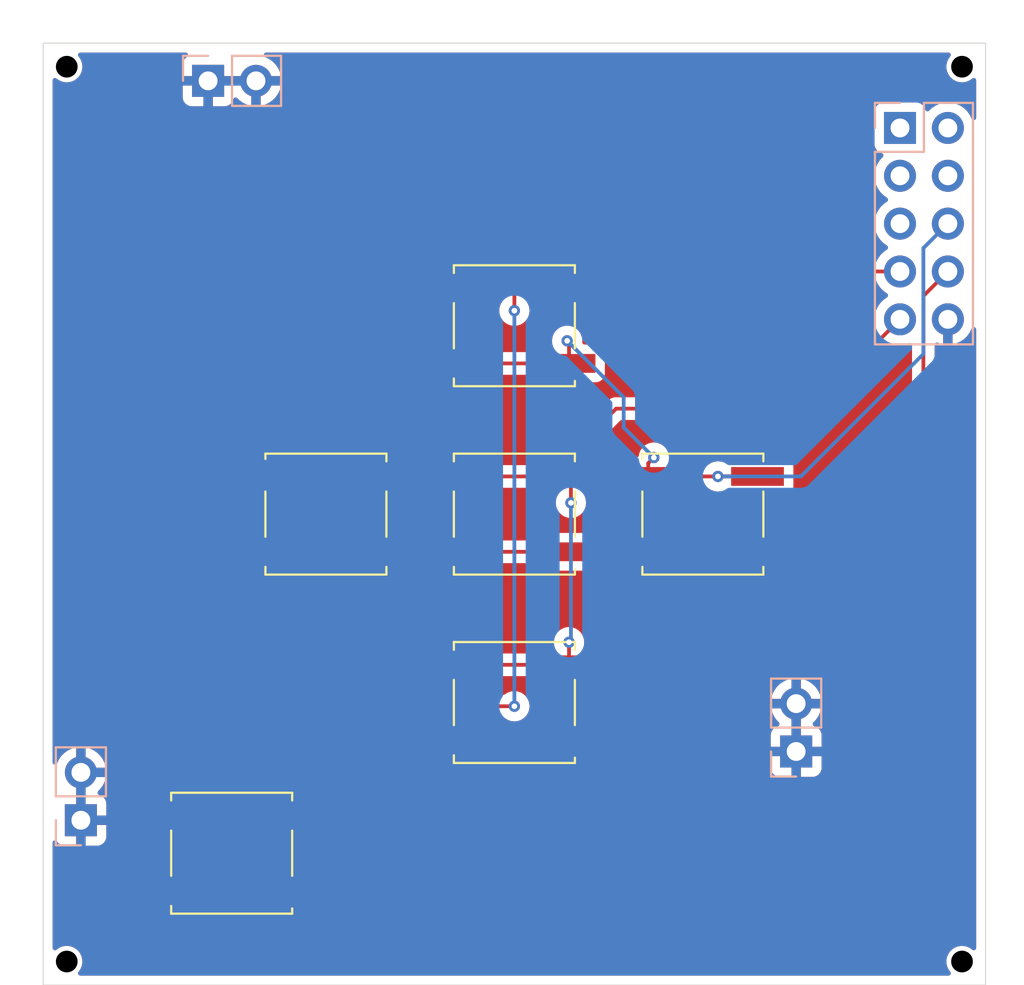
<source format=kicad_pcb>
(kicad_pcb (version 20240108) (generator "pcbnew") (generator_version "8.0")
  (layers (0 "F.Cu" signal) (31 "B.Cu" signal) (34 "B.Paste" user) (35 "F.Paste" user) (36 "B.SilkS" user "B.Silkscreen") (37 "F.SilkS" user "F.Silkscreen") (38 "B.Mask" user) (39 "F.Mask" user) (44 "Edge.Cuts" user))
  (net 0 "")
  (net 1 "GND")
  (net 2 "/GPIO15")
  (net 3 "+3V3")
  (net 4 "/GPIO13")
  (net 5 "/GPIO14")
  (net 6 "/GPIO9")
  (net 7 "/GPIO11")
  (net 8 "/GPIO12")
  (net 9 "+5V")
  (net 10 "/GPIO10")
  (footprint "Button_Switch_SMD:SW_Push_1P1T_NO_CK_KSC6xxJ" (layer "F.Cu") (at 75 45 180)
    (property "Reference" "SW105" (hide yes))
    (property "Value" "SW_Push")
    (fp_line (start 3.21 3.21) (end 3.21 2.93) (stroke (width 0.12)) (layer "F.SilkS"))
    (fp_line (start 3.21 1.2) (end 3.21 -1.2) (stroke (width 0.12)) (layer "F.SilkS"))
    (fp_line (start 3.21 -2.8) (end 3.21 -3.21) (stroke (width 0.12)) (layer "F.SilkS"))
    (fp_line (start 3.21 -3.21) (end -3.21 -3.21) (stroke (width 0.12)) (layer "F.SilkS"))
    (fp_line (start -3.21 3.21) (end 3.21 3.21) (stroke (width 0.12)) (layer "F.SilkS"))
    (fp_line (start -3.21 2.8) (end -3.21 3.21) (stroke (width 0.12)) (layer "F.SilkS"))
    (fp_line (start -3.21 -1.2) (end -3.21 1.2) (stroke (width 0.12)) (layer "F.SilkS"))
    (fp_line (start -3.21 -3.21) (end -3.21 -2.8) (stroke (width 0.12)) (layer "F.SilkS"))
    (pad "1" smd rect (at -2.9 -2 180) (size 2.8 1) (layers "F.Cu" "F.Paste" "F.Mask") (net 6 "/GPIO9"))
    (pad "1" smd rect (at 2.9 -2 180) (size 2.8 1) (layers "F.Cu" "F.Paste" "F.Mask") (net 6 "/GPIO9"))
    (pad "2" smd rect (at -2.9 2 180) (size 2.8 1) (layers "F.Cu" "F.Paste" "F.Mask") (net 8 "/GPIO12"))
    (pad "2" smd rect (at 2.9 2 180) (size 2.8 1) (layers "F.Cu" "F.Paste" "F.Mask") (net 8 "/GPIO12"))
  )
  (footprint "Button_Switch_SMD:SW_Push_1P1T_NO_CK_KSC6xxJ" (layer "F.Cu") (at 70 63)
    (property "Reference" "SW106" (hide yes))
    (property "Value" "SW_Push")
    (fp_line (start -3.21 -3.21) (end -3.21 -2.8) (stroke (width 0.12)) (layer "F.SilkS"))
    (fp_line (start -3.21 -1.2) (end -3.21 1.2) (stroke (width 0.12)) (layer "F.SilkS"))
    (fp_line (start -3.21 2.8) (end -3.21 3.21) (stroke (width 0.12)) (layer "F.SilkS"))
    (fp_line (start -3.21 3.21) (end 3.21 3.21) (stroke (width 0.12)) (layer "F.SilkS"))
    (fp_line (start 3.21 -3.21) (end -3.21 -3.21) (stroke (width 0.12)) (layer "F.SilkS"))
    (fp_line (start 3.21 -2.8) (end 3.21 -3.21) (stroke (width 0.12)) (layer "F.SilkS"))
    (fp_line (start 3.21 1.2) (end 3.21 -1.2) (stroke (width 0.12)) (layer "F.SilkS"))
    (fp_line (start 3.21 3.21) (end 3.21 2.93) (stroke (width 0.12)) (layer "F.SilkS"))
    (pad "1" smd rect (at -2.9 -2) (size 2.8 1) (layers "F.Cu" "F.Paste" "F.Mask") (net 10 "/GPIO10"))
    (pad "1" smd rect (at 2.9 -2) (size 2.8 1) (layers "F.Cu" "F.Paste" "F.Mask") (net 10 "/GPIO10"))
    (pad "2" smd rect (at -2.9 2) (size 2.8 1) (layers "F.Cu" "F.Paste" "F.Mask") (net 7 "/GPIO11"))
    (pad "2" smd rect (at 2.9 2) (size 2.8 1) (layers "F.Cu" "F.Paste" "F.Mask") (net 7 "/GPIO11"))
  )
  (footprint "Button_Switch_SMD:SW_Push_1P1T_NO_CK_KSC6xxJ" (layer "F.Cu") (at 85 45)
    (property "Reference" "SW101" (hide yes))
    (property "Value" "SW_Push")
    (fp_line (start -3.21 -3.21) (end -3.21 -2.8) (stroke (width 0.12)) (layer "F.SilkS"))
    (fp_line (start -3.21 -1.2) (end -3.21 1.2) (stroke (width 0.12)) (layer "F.SilkS"))
    (fp_line (start -3.21 2.8) (end -3.21 3.21) (stroke (width 0.12)) (layer "F.SilkS"))
    (fp_line (start -3.21 3.21) (end 3.21 3.21) (stroke (width 0.12)) (layer "F.SilkS"))
    (fp_line (start 3.21 -3.21) (end -3.21 -3.21) (stroke (width 0.12)) (layer "F.SilkS"))
    (fp_line (start 3.21 -2.8) (end 3.21 -3.21) (stroke (width 0.12)) (layer "F.SilkS"))
    (fp_line (start 3.21 1.2) (end 3.21 -1.2) (stroke (width 0.12)) (layer "F.SilkS"))
    (fp_line (start 3.21 3.21) (end 3.21 2.93) (stroke (width 0.12)) (layer "F.SilkS"))
    (pad "1" smd rect (at -2.9 -2) (size 2.8 1) (layers "F.Cu" "F.Paste" "F.Mask") (net 6 "/GPIO9"))
    (pad "1" smd rect (at 2.9 -2) (size 2.8 1) (layers "F.Cu" "F.Paste" "F.Mask") (net 6 "/GPIO9"))
    (pad "2" smd rect (at -2.9 2) (size 2.8 1) (layers "F.Cu" "F.Paste" "F.Mask") (net 10 "/GPIO10"))
    (pad "2" smd rect (at 2.9 2) (size 2.8 1) (layers "F.Cu" "F.Paste" "F.Mask") (net 10 "/GPIO10"))
  )
  (footprint "led-matrix:jlcpcb-tooling-hole" (layer "F.Cu") (at 108.75 21.25)
    (property "Reference" "H102" (hide yes))
    (property "Value" "JLCToolingHole" (hide yes))
    (pad "" np_thru_hole circle (at 0 0 90) (size 1.3 1.3) (drill 1.152) (layers "*.Mask"))
  )
  (footprint "Button_Switch_SMD:SW_Push_1P1T_NO_CK_KSC6xxJ" (layer "F.Cu") (at 85 55)
    (property "Reference" "SW104" (hide yes))
    (property "Value" "SW_Push")
    (fp_line (start -3.21 -3.21) (end -3.21 -2.8) (stroke (width 0.12)) (layer "F.SilkS"))
    (fp_line (start -3.21 -1.2) (end -3.21 1.2) (stroke (width 0.12)) (layer "F.SilkS"))
    (fp_line (start -3.21 2.8) (end -3.21 3.21) (stroke (width 0.12)) (layer "F.SilkS"))
    (fp_line (start -3.21 3.21) (end 3.21 3.21) (stroke (width 0.12)) (layer "F.SilkS"))
    (fp_line (start 3.21 -3.21) (end -3.21 -3.21) (stroke (width 0.12)) (layer "F.SilkS"))
    (fp_line (start 3.21 -2.8) (end 3.21 -3.21) (stroke (width 0.12)) (layer "F.SilkS"))
    (fp_line (start 3.21 1.2) (end 3.21 -1.2) (stroke (width 0.12)) (layer "F.SilkS"))
    (fp_line (start 3.21 3.21) (end 3.21 2.93) (stroke (width 0.12)) (layer "F.SilkS"))
    (pad "1" smd rect (at -2.9 -2) (size 2.8 1) (layers "F.Cu" "F.Paste" "F.Mask") (net 6 "/GPIO9"))
    (pad "1" smd rect (at 2.9 -2) (size 2.8 1) (layers "F.Cu" "F.Paste" "F.Mask") (net 6 "/GPIO9"))
    (pad "2" smd rect (at -2.9 2) (size 2.8 1) (layers "F.Cu" "F.Paste" "F.Mask") (net 7 "/GPIO11"))
    (pad "2" smd rect (at 2.9 2) (size 2.8 1) (layers "F.Cu" "F.Paste" "F.Mask") (net 7 "/GPIO11"))
  )
  (footprint "Button_Switch_SMD:SW_Push_1P1T_NO_CK_KSC6xxJ" (layer "F.Cu") (at 95 45 180)
    (property "Reference" "SW103" (hide yes))
    (property "Value" "SW_Push")
    (fp_line (start 3.21 3.21) (end 3.21 2.93) (stroke (width 0.12)) (layer "F.SilkS"))
    (fp_line (start 3.21 1.2) (end 3.21 -1.2) (stroke (width 0.12)) (layer "F.SilkS"))
    (fp_line (start 3.21 -2.8) (end 3.21 -3.21) (stroke (width 0.12)) (layer "F.SilkS"))
    (fp_line (start 3.21 -3.21) (end -3.21 -3.21) (stroke (width 0.12)) (layer "F.SilkS"))
    (fp_line (start -3.21 3.21) (end 3.21 3.21) (stroke (width 0.12)) (layer "F.SilkS"))
    (fp_line (start -3.21 2.8) (end -3.21 3.21) (stroke (width 0.12)) (layer "F.SilkS"))
    (fp_line (start -3.21 -1.2) (end -3.21 1.2) (stroke (width 0.12)) (layer "F.SilkS"))
    (fp_line (start -3.21 -3.21) (end -3.21 -2.8) (stroke (width 0.12)) (layer "F.SilkS"))
    (pad "1" smd rect (at -2.9 -2 180) (size 2.8 1) (layers "F.Cu" "F.Paste" "F.Mask") (net 10 "/GPIO10"))
    (pad "1" smd rect (at 2.9 -2 180) (size 2.8 1) (layers "F.Cu" "F.Paste" "F.Mask") (net 10 "/GPIO10"))
    (pad "2" smd rect (at -2.9 2 180) (size 2.8 1) (layers "F.Cu" "F.Paste" "F.Mask") (net 8 "/GPIO12"))
    (pad "2" smd rect (at 2.9 2 180) (size 2.8 1) (layers "F.Cu" "F.Paste" "F.Mask") (net 8 "/GPIO12"))
  )
  (footprint "Button_Switch_SMD:SW_Push_1P1T_NO_CK_KSC6xxJ" (layer "F.Cu") (at 85 35)
    (property "Reference" "SW102" (hide yes))
    (property "Value" "SW_Push")
    (fp_line (start -3.21 -3.21) (end -3.21 -2.8) (stroke (width 0.12)) (layer "F.SilkS"))
    (fp_line (start -3.21 -1.2) (end -3.21 1.2) (stroke (width 0.12)) (layer "F.SilkS"))
    (fp_line (start -3.21 2.8) (end -3.21 3.21) (stroke (width 0.12)) (layer "F.SilkS"))
    (fp_line (start -3.21 3.21) (end 3.21 3.21) (stroke (width 0.12)) (layer "F.SilkS"))
    (fp_line (start 3.21 -3.21) (end -3.21 -3.21) (stroke (width 0.12)) (layer "F.SilkS"))
    (fp_line (start 3.21 -2.8) (end 3.21 -3.21) (stroke (width 0.12)) (layer "F.SilkS"))
    (fp_line (start 3.21 1.2) (end 3.21 -1.2) (stroke (width 0.12)) (layer "F.SilkS"))
    (fp_line (start 3.21 3.21) (end 3.21 2.93) (stroke (width 0.12)) (layer "F.SilkS"))
    (pad "1" smd rect (at -2.9 -2) (size 2.8 1) (layers "F.Cu" "F.Paste" "F.Mask") (net 7 "/GPIO11"))
    (pad "1" smd rect (at 2.9 -2) (size 2.8 1) (layers "F.Cu" "F.Paste" "F.Mask") (net 7 "/GPIO11"))
    (pad "2" smd rect (at -2.9 2) (size 2.8 1) (layers "F.Cu" "F.Paste" "F.Mask") (net 8 "/GPIO12"))
    (pad "2" smd rect (at 2.9 2) (size 2.8 1) (layers "F.Cu" "F.Paste" "F.Mask") (net 8 "/GPIO12"))
  )
  (footprint "led-matrix:jlcpcb-tooling-hole" (layer "F.Cu") (at 61.25 21.25)
    (property "Reference" "H101" (hide yes))
    (property "Value" "JLCToolingHole" (hide yes))
    (pad "" np_thru_hole circle (at 0 0 90) (size 1.3 1.3) (drill 1.152) (layers "*.Mask"))
  )
  (footprint "led-matrix:jlcpcb-tooling-hole" (layer "F.Cu") (at 61.25 68.75)
    (property "Reference" "H104" (hide yes))
    (property "Value" "JLCToolingHole" (hide yes))
    (pad "" np_thru_hole circle (at 0 0 90) (size 1.3 1.3) (drill 1.152) (layers "*.Mask"))
  )
  (footprint "led-matrix:jlcpcb-tooling-hole" (layer "F.Cu") (at 108.75 68.75)
    (property "Reference" "H103" (hide yes))
    (property "Value" "JLCToolingHole" (hide yes))
    (pad "" np_thru_hole circle (at 0 0 90) (size 1.3 1.3) (drill 1.152) (layers "*.Mask"))
  )
  (footprint "Connector_PinHeader_2.54mm:PinHeader_1x02_P2.54mm_Vertical" (layer "B.Cu") (at 99.95 57.6)
    (property "Reference" "J104" (hide yes))
    (property "Value" "Mechanical")
    (fp_line (start -1.33 -3.87) (end -1.33 -1.27) (stroke (width 0.12)) (layer "B.SilkS"))
    (fp_line (start -1.33 1.33) (end -1.33 0) (stroke (width 0.12)) (layer "B.SilkS"))
    (fp_line (start 0 1.33) (end -1.33 1.33) (stroke (width 0.12)) (layer "B.SilkS"))
    (fp_line (start 1.33 -3.87) (end -1.33 -3.87) (stroke (width 0.12)) (layer "B.SilkS"))
    (fp_line (start 1.33 -3.87) (end 1.33 -1.27) (stroke (width 0.12)) (layer "B.SilkS"))
    (fp_line (start 1.33 -1.27) (end -1.33 -1.27) (stroke (width 0.12)) (layer "B.SilkS"))
    (pad "1" thru_hole rect (at 0 0) (size 1.7 1.7) (drill 1) (layers "*.Cu" "*.Mask") (net 1 "GND"))
    (pad "2" thru_hole oval (at 0 -2.54) (size 1.7 1.7) (drill 1) (layers "*.Cu" "*.Mask") (net 1 "GND"))
  )
  (footprint "Connector_PinHeader_2.54mm:PinHeader_1x02_P2.54mm_Vertical" (layer "B.Cu") (at 62 61.25)
    (property "Reference" "J102" (hide yes))
    (property "Value" "Mechanical")
    (fp_line (start -1.33 -3.87) (end -1.33 -1.27) (stroke (width 0.12)) (layer "B.SilkS"))
    (fp_line (start -1.33 1.33) (end -1.33 0) (stroke (width 0.12)) (layer "B.SilkS"))
    (fp_line (start 0 1.33) (end -1.33 1.33) (stroke (width 0.12)) (layer "B.SilkS"))
    (fp_line (start 1.33 -3.87) (end -1.33 -3.87) (stroke (width 0.12)) (layer "B.SilkS"))
    (fp_line (start 1.33 -3.87) (end 1.33 -1.27) (stroke (width 0.12)) (layer "B.SilkS"))
    (fp_line (start 1.33 -1.27) (end -1.33 -1.27) (stroke (width 0.12)) (layer "B.SilkS"))
    (pad "1" thru_hole rect (at 0 0) (size 1.7 1.7) (drill 1) (layers "*.Cu" "*.Mask") (net 1 "GND"))
    (pad "2" thru_hole oval (at 0 -2.54) (size 1.7 1.7) (drill 1) (layers "*.Cu" "*.Mask") (net 1 "GND"))
  )
  (footprint "Connector_PinHeader_2.54mm:PinHeader_1x02_P2.54mm_Vertical" (layer "B.Cu") (at 68.75 22 -90)
    (property "Reference" "J101" (hide yes))
    (property "Value" "Mechanical")
    (fp_line (start -1.33 1.33) (end -1.33 0) (stroke (width 0.12)) (layer "B.SilkS"))
    (fp_line (start 0 1.33) (end -1.33 1.33) (stroke (width 0.12)) (layer "B.SilkS"))
    (fp_line (start 1.33 -1.27) (end -1.33 -1.27) (stroke (width 0.12)) (layer "B.SilkS"))
    (fp_line (start -1.33 -3.87) (end -1.33 -1.27) (stroke (width 0.12)) (layer "B.SilkS"))
    (fp_line (start 1.33 -3.87) (end 1.33 -1.27) (stroke (width 0.12)) (layer "B.SilkS"))
    (fp_line (start 1.33 -3.87) (end -1.33 -3.87) (stroke (width 0.12)) (layer "B.SilkS"))
    (pad "1" thru_hole rect (at 0 0 270) (size 1.7 1.7) (drill 1) (layers "*.Cu" "*.Mask") (net 1 "GND"))
    (pad "2" thru_hole oval (at 0 -2.54 270) (size 1.7 1.7) (drill 1) (layers "*.Cu" "*.Mask") (net 1 "GND"))
  )
  (footprint "Connector_PinSocket_2.54mm:PinSocket_2x05_P2.54mm_Vertical" (layer "B.Cu") (at 105.46 24.5 180)
    (property "Reference" "J103" (hide yes))
    (property "Value" "DaughterConn")
    (fp_line (start 1.33 1.33) (end 0 1.33) (stroke (width 0.12)) (layer "B.SilkS"))
    (fp_line (start 1.33 0) (end 1.33 1.33) (stroke (width 0.12)) (layer "B.SilkS"))
    (fp_line (start 1.33 -1.27) (end -1.27 -1.27) (stroke (width 0.12)) (layer "B.SilkS"))
    (fp_line (start 1.33 -11.49) (end 1.33 -1.27) (stroke (width 0.12)) (layer "B.SilkS"))
    (fp_line (start 1.33 -11.49) (end -3.87 -11.49) (stroke (width 0.12)) (layer "B.SilkS"))
    (fp_line (start -1.27 1.33) (end -3.87 1.33) (stroke (width 0.12)) (layer "B.SilkS"))
    (fp_line (start -1.27 -1.27) (end -1.27 1.33) (stroke (width 0.12)) (layer "B.SilkS"))
    (fp_line (start -3.87 -11.49) (end -3.87 1.33) (stroke (width 0.12)) (layer "B.SilkS"))
    (pad "1" thru_hole rect (at 0 0 180) (size 1.7 1.7) (drill 1) (layers "*.Cu" "*.Mask") (net 9 "+5V"))
    (pad "2" thru_hole oval (at -2.54 0 180) (size 1.7 1.7) (drill 1) (layers "*.Cu" "*.Mask") (net 3 "+3V3"))
    (pad "3" thru_hole oval (at 0 -2.54 180) (size 1.7 1.7) (drill 1) (layers "*.Cu" "*.Mask") (net 2 "/GPIO15"))
    (pad "4" thru_hole oval (at -2.54 -2.54 180) (size 1.7 1.7) (drill 1) (layers "*.Cu" "*.Mask") (net 5 "/GPIO14"))
    (pad "5" thru_hole oval (at 0 -5.08 180) (size 1.7 1.7) (drill 1) (layers "*.Cu" "*.Mask") (net 4 "/GPIO13"))
    (pad "6" thru_hole oval (at -2.54 -5.08 180) (size 1.7 1.7) (drill 1) (layers "*.Cu" "*.Mask") (net 8 "/GPIO12"))
    (pad "7" thru_hole oval (at 0 -7.62 180) (size 1.7 1.7) (drill 1) (layers "*.Cu" "*.Mask") (net 7 "/GPIO11"))
    (pad "8" thru_hole oval (at -2.54 -7.62 180) (size 1.7 1.7) (drill 1) (layers "*.Cu" "*.Mask") (net 10 "/GPIO10"))
    (pad "9" thru_hole oval (at 0 -10.16 180) (size 1.7 1.7) (drill 1) (layers "*.Cu" "*.Mask") (net 6 "/GPIO9"))
    (pad "10" thru_hole oval (at -2.54 -10.16 180) (size 1.7 1.7) (drill 1) (layers "*.Cu" "*.Mask") (net 1 "GND"))
  )
  (gr_rect (start 60 20) (end 110 70) (stroke (width 0.05)) (fill none) (layer "Edge.Cuts"))
  (segment (start 88 44.4) (end 88 43.1) (width 0.2) (layer "F.Cu") (net 6))
  (segment (start 82.1 43) (end 82.1 43.1) (width 0.2) (layer "F.Cu") (net 6))
  (segment (start 87.9 51.8) (end 87.9 53) (width 0.2) (layer "F.Cu") (net 6))
  (segment (start 87.9 41.9) (end 87.9 43) (width 0.2) (layer "F.Cu") (net 6))
  (segment (start 100.72 39.4) (end 90.4 39.4) (width 0.2) (layer "F.Cu") (net 6))
  (segment (start 82.1 53) (end 87.9 53) (width 0.2) (layer "F.Cu") (net 6))
  (segment (start 82.1 43.1) (end 78.2 47) (width 0.2) (layer "F.Cu") (net 6))
  (segment (start 88 43.1) (end 87.9 43) (width 0.2) (layer "F.Cu") (net 6))
  (segment (start 87.9 43) (end 82.1 43) (width 0.2) (layer "F.Cu") (net 6))
  (segment (start 78.2 47) (end 77.9 47) (width 0.2) (layer "F.Cu") (net 6))
  (segment (start 90.4 39.4) (end 87.9 41.9) (width 0.2) (layer "F.Cu") (net 6))
  (segment (start 105.46 34.66) (end 100.72 39.4) (width 0.2) (layer "F.Cu") (net 6))
  (segment (start 77.9 47) (end 72.1 47) (width 0.2) (layer "F.Cu") (net 6))
  (via (at 87.9 51.8) (size 0.6) (drill 0.3) (layers "F.Cu" "B.Cu") (net 6))
  (via (at 88 44.4) (size 0.6) (drill 0.3) (layers "F.Cu" "B.Cu") (net 6))
  (segment (start 88 51.7) (end 88 44.4) (width 0.2) (layer "B.Cu") (net 6))
  (segment (start 87.9 51.8) (end 88 51.7) (width 0.2) (layer "B.Cu") (net 6))
  (segment (start 82.1 60.3) (end 82.1 57) (width 0.2) (layer "F.Cu") (net 7))
  (segment (start 87.9 57) (end 82.1 57) (width 0.2) (layer "F.Cu") (net 7))
  (segment (start 72.9 65) (end 77.4 65) (width 0.2) (layer "F.Cu") (net 7))
  (segment (start 105.46 32.12) (end 88.78 32.12) (width 0.2) (layer "F.Cu") (net 7))
  (segment (start 82.1 33) (end 85 33) (width 0.2) (layer "F.Cu") (net 7))
  (segment (start 82.1 57) (end 82.1 56.3) (width 0.2) (layer "F.Cu") (net 7))
  (segment (start 85 34.2) (end 85 33) (width 0.2) (layer "F.Cu") (net 7))
  (segment (start 83.2 55.2) (end 85 55.2) (width 0.2) (layer "F.Cu") (net 7))
  (segment (start 77.4 65) (end 82.1 60.3) (width 0.2) (layer "F.Cu") (net 7))
  (segment (start 85 33) (end 87.9 33) (width 0.2) (layer "F.Cu") (net 7))
  (segment (start 88.78 32.12) (end 87.9 33) (width 0.2) (layer "F.Cu") (net 7))
  (segment (start 82.1 56.3) (end 83.2 55.2) (width 0.2) (layer "F.Cu") (net 7))
  (segment (start 67.1 65) (end 72.9 65) (width 0.2) (layer "F.Cu") (net 7))
  (via (at 85 34.2) (size 0.6) (drill 0.3) (layers "F.Cu" "B.Cu") (net 7))
  (via (at 85 55.2) (size 0.6) (drill 0.3) (layers "F.Cu" "B.Cu") (net 7))
  (segment (start 85 54.4) (end 85 34.2) (width 0.2) (layer "B.Cu") (net 7))
  (segment (start 85 55.2) (end 85 54.4) (width 0.2) (layer "B.Cu") (net 7))
  (segment (start 77.9 41.2) (end 82.1 37) (width 0.2) (layer "F.Cu") (net 8))
  (segment (start 92.4 42) (end 92.1 42.3) (width 0.2) (layer "F.Cu") (net 8))
  (segment (start 77.9 43) (end 77.9 41.2) (width 0.2) (layer "F.Cu") (net 8))
  (segment (start 97.9 43) (end 92.1 43) (width 0.2) (layer "F.Cu") (net 8))
  (segment (start 95.8 43) (end 97.9 43) (width 0.2) (layer "F.Cu") (net 8))
  (segment (start 87.9 35.9) (end 87.9 37) (width 0.2) (layer "F.Cu") (net 8))
  (segment (start 92.1 42.3) (end 92.1 43) (width 0.2) (layer "F.Cu") (net 8))
  (segment (start 87.8 35.8) (end 87.9 35.9) (width 0.2) (layer "F.Cu") (net 8))
  (segment (start 72.1 43) (end 77.9 43) (width 0.2) (layer "F.Cu") (net 8))
  (segment (start 82.1 37) (end 87.9 37) (width 0.2) (layer "F.Cu") (net 8))
  (via (at 95.8 43) (size 0.6) (drill 0.3) (layers "F.Cu" "B.Cu") (net 8))
  (via (at 92.4 42) (size 0.6) (drill 0.3) (layers "F.Cu" "B.Cu") (net 8))
  (via (at 87.8 35.8) (size 0.6) (drill 0.3) (layers "F.Cu" "B.Cu") (net 8))
  (segment (start 87.8 35.8) (end 90.8 38.8) (width 0.2) (layer "B.Cu") (net 8))
  (segment (start 90.8 40.4) (end 92.4 42) (width 0.2) (layer "B.Cu") (net 8))
  (segment (start 100.2 43) (end 106.7 36.5) (width 0.2) (layer "B.Cu") (net 8))
  (segment (start 90.8 38.8) (end 90.8 40.4) (width 0.2) (layer "B.Cu") (net 8))
  (segment (start 95.8 43) (end 100.2 43) (width 0.2) (layer "B.Cu") (net 8))
  (segment (start 106.7 30.88) (end 108 29.58) (width 0.2) (layer "B.Cu") (net 8))
  (segment (start 106.7 36.5) (end 106.7 30.88) (width 0.2) (layer "B.Cu") (net 8))
  (segment (start 87.9 47) (end 92.1 47) (width 0.2) (layer "F.Cu") (net 10))
  (segment (start 106.7 40.5) (end 100.2 47) (width 0.2) (layer "F.Cu") (net 10))
  (segment (start 82.1 49.3) (end 82.1 47) (width 0.2) (layer "F.Cu") (net 10))
  (segment (start 92.1 47) (end 97.9 47) (width 0.2) (layer "F.Cu") (net 10))
  (segment (start 72.9 58.5) (end 82.1 49.3) (width 0.2) (layer "F.Cu") (net 10))
  (segment (start 108 32.12) (end 106.7 33.42) (width 0.2) (layer "F.Cu") (net 10))
  (segment (start 82.1 47) (end 87.9 47) (width 0.2) (layer "F.Cu") (net 10))
  (segment (start 106.7 33.42) (end 106.7 40.5) (width 0.2) (layer "F.Cu") (net 10))
  (segment (start 100.2 47) (end 97.9 47) (width 0.2) (layer "F.Cu") (net 10))
  (segment (start 72.9 61) (end 72.9 58.5) (width 0.2) (layer "F.Cu") (net 10))
  (segment (start 72.9 61) (end 67.1 61) (width 0.2) (layer "F.Cu") (net 10))
  (zone (net 1) (net_name "GND") (layers "F&B.Cu") (connect_pads (clearance 0.5)) (min_thickness 0.25) (fill yes (thermal_gap 0.5) (thermal_bridge_width 0.5))
    (polygon (pts (xy 60 20) (xy 60 70) (xy 110 70) (xy 110 20)))
  )
)
</source>
